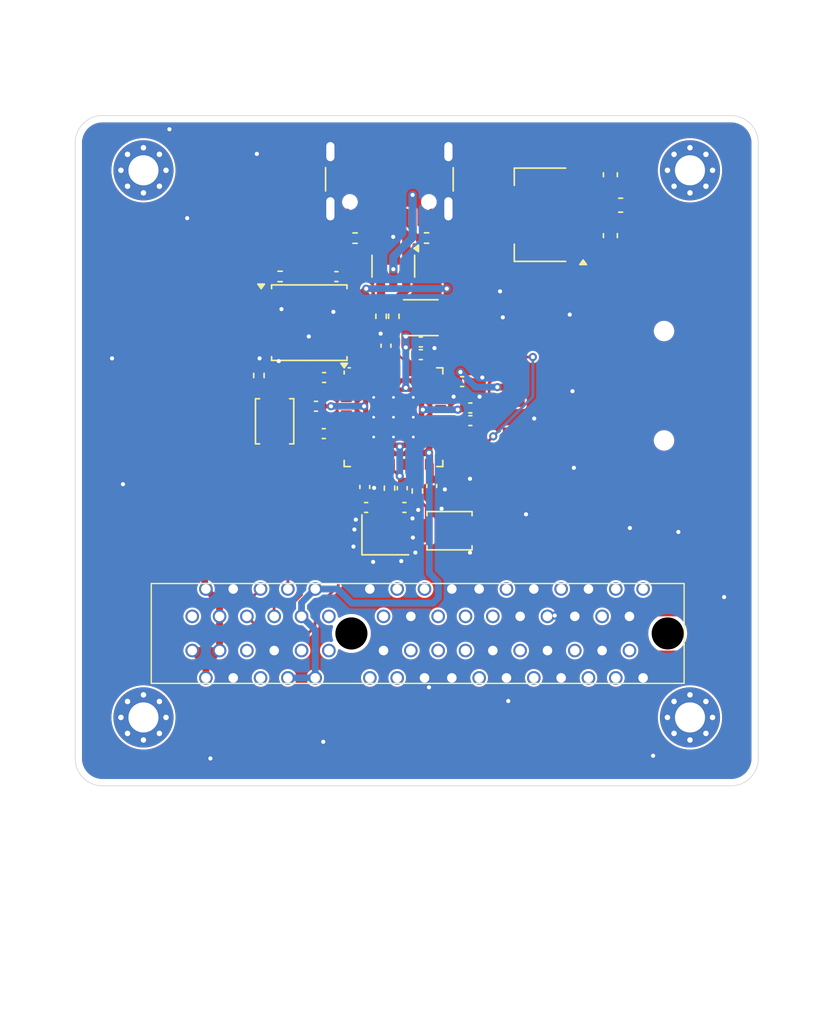
<source format=kicad_pcb>
(kicad_pcb (version 20241229) (generator "pcbnew") (generator_version "9.0")
  (layers (0 "F.Cu" signal) (2 "B.Cu" signal) (13 "F.Paste" user) (15 "B.Paste" user) (5 "F.SilkS" user "F.Silkscreen") (7 "B.SilkS" user "B.Silkscreen") (1 "F.Mask" user) (3 "B.Mask" user) (25 "Edge.Cuts" user))
  (net 0 "")
  (net 1 "+5V")
  (net 2 "GND")
  (net 3 "+3V3")
  (net 4 "/XIN")
  (net 5 "Net-(C4-Pad1)")
  (net 6 "+1V1")
  (net 7 "/XOUT")
  (net 8 "Net-(J2-CC1)")
  (net 9 "Net-(J2-CC2)")
  (net 10 "/~{USB_BOOT}")
  (net 11 "/QSPI_SS")
  (net 12 "Net-(U1-USB_DP)")
  (net 13 "Net-(U1-USB_DM)")
  (net 14 "/RUN")
  (net 15 "/QSPI_SD1")
  (net 20 "/QSPI_SCLK")
  (net 29 "/QSPI_SD0")
  (net 37 "/QSPI_SD2")
  (net 38 "/QSPI_SD3")
  (net 39 "/VREG_LX")
  (net 42 "Net-(R4-Pad2)")
  (net 43 "/CLK")
  (net 47 "/MISO")
  (net 60 "/I2C_DATA")
  (net 62 "/I2C_CLK")
  (net 70 "/CS")
  (net 72 "/MOSI")
  (net 73 "/D+")
  (net 74 "/D-")
  (net 79 "/SDCS")
  (net 82 "/DET")
  (net 83 "/MISO1")
  (net 84 "/SCLK1")
  (net 85 "/MOSI1")
  (footprint "programmer:PCIe_x4_Edgeboard_Connector" (layer "F.Cu") (at 142.92 150.26)
    (property "Reference" "J3" (hide yes))
    (property "Value" "Bus_PCI_Express_x4")
  )
  (footprint "Package_TO_SOT_SMD:SOT-23-6" (layer "F.Cu") (at 145.9875 123.41 -90)
    (property "Reference" "U3" (hide yes))
    (property "Value" "SRV05-4")
  )
  (footprint "Resistor_SMD:R_0402_1005Metric" (layer "F.Cu") (at 145.09 127.075 -90)
    (property "Reference" "R7" (hide yes))
    (property "Value" "27")
  )
  (footprint "Capacitor_SMD:C_0603_1608Metric" (layer "F.Cu") (at 161.875 121.175 -90)
    (property "Reference" "C19" (hide yes))
    (property "Value" "10u")
  )
  (footprint "Capacitor_SMD:C_0402_1005Metric" (layer "F.Cu") (at 148 128.95)
    (property "Reference" "C7" (hide yes))
    (property "Value" "4.7u")
  )
  (footprint "Capacitor_SMD:C_0402_1005Metric" (layer "F.Cu") (at 146.64 139.64 -90)
    (property "Reference" "C10" (hide yes))
    (property "Value" "4.7u")
  )
  (footprint "MountingHole:MountingHole_2.2mm_M2_Pad_Via" (layer "F.Cu") (at 127.7 156.4)
    (property "Reference" "H1" (hide yes))
    (property "Value" "MountingHole")
  )
  (footprint "Capacitor_SMD:C_0402_1005Metric" (layer "F.Cu") (at 148.8 139.48 -90)
    (property "Reference" "C12" (hide yes))
    (property "Value" "100n")
  )
  (footprint "Capacitor_SMD:C_0402_1005Metric" (layer "F.Cu") (at 151.625 133.775)
    (property "Reference" "C11" (hide yes))
    (property "Value" "100n")
  )
  (footprint "Capacitor_SMD:C_0402_1005Metric" (layer "F.Cu") (at 151.025 131.85)
    (property "Reference" "C13" (hide yes))
    (property "Value" "100n")
  )
  (footprint "Capacitor_SMD:C_0402_1005Metric" (layer "F.Cu") (at 143.9 139.55 -90)
    (property "Reference" "C16" (hide yes))
    (property "Value" "100n")
  )
  (footprint "Resistor_SMD:R_0402_1005Metric" (layer "F.Cu") (at 145.71 139.64 -90)
    (property "Reference" "R2" (hide yes))
    (property "Value" "1k")
  )
  (footprint "Capacitor_SMD:C_0603_1608Metric" (layer "F.Cu") (at 161.875 116.725 90)
    (property "Reference" "C1" (hide yes))
    (property "Value" "10u")
  )
  (footprint "Resistor_SMD:R_0402_1005Metric" (layer "F.Cu") (at 146.025 127.075 -90)
    (property "Reference" "R8" (hide yes))
    (property "Value" "27")
  )
  (footprint "Resistor_SMD:R_0402_1005Metric" (layer "F.Cu") (at 137.7 124.16 180)
    (property "Reference" "R1" (hide yes))
    (property "Value" "DNF")
  )
  (footprint "Package_DFN_QFN:QFN-60-1EP_7x7mm_P0.4mm_EP3.4x3.4mm_ThermalVias" (layer "F.Cu") (at 146 134.45)
    (property "Reference" "U1" (hide yes))
    (property "Value" "~")
  )
  (footprint "Capacitor_SMD:C_0402_1005Metric" (layer "F.Cu") (at 151.625 134.7)
    (property "Reference" "C14" (hide yes))
    (property "Value" "100n")
  )
  (footprint "Inductor_SMD:L_Cenker_CKCS201610" (layer "F.Cu") (at 148 127.175)
    (property "Reference" "L1" (hide yes))
    (property "Value" "3.3u")
  )
  (footprint "MountingHole:MountingHole_2.2mm_M2_Pad_Via" (layer "F.Cu") (at 127.7 116.4)
    (property "Reference" "H3" (hide yes))
    (property "Value" "MountingHole")
  )
  (footprint "Resistor_SMD:R_0402_1005Metric" (layer "F.Cu") (at 148.42 121.35)
    (property "Reference" "R3" (hide yes))
    (property "Value" "5.1k")
  )
  (footprint "MountingHole:MountingHole_2.2mm_M2_Pad_Via" (layer "F.Cu") (at 167.7 116.4)
    (property "Reference" "H2" (hide yes))
    (property "Value" "MountingHole")
  )
  (footprint "Capacitor_SMD:C_0402_1005Metric" (layer "F.Cu") (at 144 141.05 180)
    (property "Reference" "C3" (hide yes))
    (property "Value" "15p")
  )
  (footprint "Capacitor_SMD:C_0402_1005Metric" (layer "F.Cu") (at 140.9 135.65 180)
    (property "Reference" "C15" (hide yes))
    (property "Value" "100n")
  )
  (footprint "Button_Switch_SMD:SW_SPST_B3U-1000P" (layer "F.Cu") (at 137.3 134.75 90)
    (property "Reference" "SW1" (hide yes))
    (property "Value" "SW_Push")
  )
  (footprint "Connector_USB:USB_C_Receptacle_GCT_USB4105-xx-A_16P_TopMnt_Horizontal" (layer "F.Cu") (at 145.7 116.11 180)
    (property "Reference" "J2" (hide yes))
    (property "Value" "USB_C_Receptacle_USB2.0_14P")
  )
  (footprint "Capacitor_SMD:C_0603_1608Metric" (layer "F.Cu") (at 162.625 118.95)
    (property "Reference" "C5" (hide yes))
    (property "Value" "10u")
  )
  (footprint "Resistor_SMD:R_0402_1005Metric" (layer "F.Cu") (at 147.75 139.85 -90)
    (property "Reference" "R4" (hide yes))
    (property "Value" "1k")
  )
  (footprint "Capacitor_SMD:C_0402_1005Metric" (layer "F.Cu") (at 148 129.875)
    (property "Reference" "C6" (hide yes))
    (property "Value" "4.7u")
  )
  (footprint "MountingHole:MountingHole_2.2mm_M2_Pad_Via" (layer "F.Cu") (at 167.7 156.4)
    (property "Reference" "H4" (hide yes))
    (property "Value" "MountingHole")
  )
  (footprint "inkbadge:SDCardlcsc" (layer "F.Cu") (at 162 131.4 90)
    (property "Reference" "J1" (hide yes))
    (property "Value" "Micro_SD_Card")
  )
  (footprint "Capacitor_SMD:C_0402_1005Metric" (layer "F.Cu") (at 141.82 124.17 180)
    (property "Reference" "C2" (hide yes))
    (property "Value" "100n")
  )
  (footprint "Capacitor_SMD:C_0402_1005Metric" (layer "F.Cu") (at 145.45 129.225 90)
    (property "Reference" "C18" (hide yes))
    (property "Value" "100n")
  )
  (footprint "Button_Switch_SMD:SW_SPST_B3U-1000P" (layer "F.Cu") (at 150.1 142.75 180)
    (property "Reference" "SW2" (hide yes))
    (property "Value" "SW_Push")
  )
  (footprint "Resistor_SMD:R_0402_1005Metric" (layer "F.Cu") (at 143.19 121.36 180)
    (property "Reference" "R5" (hide yes))
    (property "Value" "5.1k")
  )
  (footprint "Package_SO:SOIC-8_5.3x5.3mm_P1.27mm" (layer "F.Cu") (at 139.8375 127.54)
    (property "Reference" "U5" (hide yes))
    (property "Value" "W25Q128JVS")
  )
  (footprint "Package_TO_SOT_SMD:SOT-223-3_TabPin2" (layer "F.Cu") (at 156.75 119.65 180)
    (property "Reference" "U2" (hide yes))
    (property "Value" "NCP1117-3.3_SOT223")
  )
  (footprint "Capacitor_SMD:C_0402_1005Metric" (layer "F.Cu") (at 140.925 131.55 180)
    (property "Reference" "C17" (hide yes))
    (property "Value" "100n")
  )
  (footprint "Crystal:Crystal_SMD_2520-4Pin_2.5x2.0mm" (layer "F.Cu") (at 145.4 143.05)
    (property "Reference" "Y1" (hide yes))
    (property "Value" "12MHz 10pf")
  )
  (footprint "Capacitor_SMD:C_0402_1005Metric" (layer "F.Cu") (at 146.8 141.05)
    (property "Reference" "C4" (hide yes))
    (property "Value" "15p")
  )
  (footprint "Capacitor_SMD:C_0402_1005Metric" (layer "F.Cu") (at 140.325 133.65 180)
    (property "Reference" "C8" (hide yes))
    (property "Value" "100n")
  )
  (footprint "Resistor_SMD:R_0402_1005Metric" (layer "F.Cu") (at 136.15 131.4 -90)
    (property "Reference" "R6" (hide yes))
    (property "Value" "1k")
  )
  (gr_line (start 122.7 159.4) (end 122.7 114.4) (stroke (width 0.05)) (layer "Edge.Cuts"))
  (gr_arc (start 170.7 112.4) (mid 172.114214 112.985786) (end 172.7 114.4) (stroke (width 0.05)) (layer "Edge.Cuts"))
  (gr_line (start 172.7 114.4) (end 172.7 159.4) (stroke (width 0.05)) (layer "Edge.Cuts"))
  (gr_arc (start 172.7 159.4) (mid 172.114214 160.814214) (end 170.7 161.4) (stroke (width 0.05)) (layer "Edge.Cuts"))
  (gr_line (start 170.7 161.4) (end 124.7 161.4) (stroke (width 0.05)) (layer "Edge.Cuts"))
  (gr_arc (start 122.7 114.4) (mid 123.285786 112.985786) (end 124.7 112.4) (stroke (width 0.05)) (layer "Edge.Cuts"))
  (gr_line (start 124.7 112.4) (end 170.7 112.4) (stroke (width 0.05)) (layer "Edge.Cuts"))
  (gr_arc (start 124.7 161.4) (mid 123.285786 160.814214) (end 122.7 159.4) (stroke (width 0.05)) (layer "Edge.Cuts"))
  (segment (start 159.2 115.55) (end 152.4 115.55) (width 1) (layer "F.Cu") (net 1))
  (segment (start 137 117.6) (end 143.4 117.6) (width 0.5) (layer "F.Cu") (net 1))
  (segment (start 160.05 117.5) (end 159.9 117.35) (width 1) (layer "F.Cu") (net 1))
  (segment (start 150.95 117) (end 148.64 117) (width 1) (layer "F.Cu") (net 1))
  (segment (start 133.27 151.51) (end 133.27 149.01) (width 0.5) (layer "F.Cu") (net 1))
  (segment (start 133.27 148.01) (end 132.27 147.01) (width 0.5) (layer "F.Cu") (net 1))
  (segment (start 152.4 115.55) (end 150.95 117) (width 1) (layer "F.Cu") (net 1))
  (segment (start 133.27 149.01) (end 133.27 148.01) (width 0.5) (layer "F.Cu") (net 1))
  (segment (start 131.27 151.51) (end 133.27 151.51) (width 0.5) (layer "F.Cu") (net 1))
  (segment (start 145.9875 124.5475) (end 145.9875 123.6325) (width 0.6) (layer "F.Cu") (net 1))
  (segment (start 132.27 152.51) (end 133.27 151.51) (width 0.5) (layer "F.Cu") (net 1))
  (segment (start 132.18 146.92) (end 132.18 122.42) (width 0.5) (layer "F.Cu") (net 1))
  (segment (start 132.27 153.51) (end 132.27 152.51) (width 0.5) (layer "F.Cu") (net 1))
  (segment (start 161.875 117.5) (end 160.05 117.5) (width 1) (layer "F.Cu") (net 1))
  (segment (start 159.9 117.35) (end 159.9 116.25) (width 1) (layer "F.Cu") (net 1))
  (segment (start 132.27 147.01) (end 132.18 146.92) (width 0.5) (layer "F.Cu") (net 1))
  (segment (start 143.4 117.6) (end 144 118.2) (width 0.5) (layer "F.Cu") (net 1))
  (segment (start 145.9875 123.6325) (end 145.99 123.63) (width 0.6) (layer "F.Cu") (net 1))
  (segment (start 148.64 117) (end 147.44 118.2) (width 1) (layer "F.Cu") (net 1))
  (segment (start 132.27 152.51) (end 131.27 151.51) (width 0.5) (layer "F.Cu") (net 1))
  (segment (start 132.18 122.42) (end 137 117.6) (width 0.5) (layer "F.Cu") (net 1))
  (segment (start 147.44 118.2) (end 147.4 118.2) (width 1) (layer "F.Cu") (net 1))
  (segment (start 159.9 116.25) (end 159.2 115.55) (width 1) (layer "F.Cu") (net 1))
  (via (at 147.4 118.2) (size 0.6) (drill 0.3) (layers "F.Cu" "B.Cu") (net 1))
  (via (at 145.99 123.63) (size 0.6) (drill 0.3) (layers "F.Cu" "B.Cu") (net 1))
  (segment (start 145.99 123.63) (end 145.99 122.71) (width 0.6) (layer "B.Cu") (net 1))
  (segment (start 147.4 121.3) (end 147.4 118.2) (width 0.6) (layer "B.Cu") (net 1))
  (segment (start 145.99 122.71) (end 147.4 121.3) (width 0.6) (layer "B.Cu") (net 1))
  (segment (start 145.9875 121.681335) (end 145.9875 122.2725) (width 0.6) (layer "F.Cu") (net 2))
  (segment (start 145.979749 121.266) (end 145.979749 121.673584) (width 0.6) (layer "F.Cu") (net 2))
  (segment (start 148.4 131) (end 148.4 129.78) (width 0.2) (layer "F.Cu") (net 2))
  (segment (start 145.979749 121.673584) (end 145.9875 121.681335) (width 0.6) (layer "F.Cu") (net 2))
  (segment (start 145.45 128.745) (end 145.45 128.732536) (width 0.5) (layer "F.Cu") (net 2))
  (segment (start 148.4 129.78) (end 148.48 129.7) (width 0.2) (layer "F.Cu") (net 2))
  (segment (start 145.45 128.732536) (end 145.058732 128.341268) (width 0.5) (layer "F.Cu") (net 2))
  (via (at 145.058732 128.341268) (size 0.6) (drill 0.3) (layers "F.Cu" "B.Cu") (net 2))
  (via (at 149.76 139.73) (size 0.6) (drill 0.3) (layers "F.Cu" "B.Cu") (net 2))
  (via (at 157.8 148.95) (size 0.6) (drill 0.3) (layers "F.Cu" "B.Cu") (net 2))
  (via (at 155.7 141.55) (size 0.6) (drill 0.3) (layers "F.Cu" "B.Cu") (net 2))
  (via (at 163.3 142.55) (size 0.6) (drill 0.3) (layers "F.Cu" "B.Cu") (net 2))
  (via (at 125.4 130.15) (size 0.6) (drill 0.3) (layers "F.Cu" "B.Cu") (net 2))
  (via (at 154 127.15) (size 0.6) (drill 0.3) (layers "F.Cu" "B.Cu") (net 2))
  (via (at 147.81 141.23) (size 0.6) (drill 0.3) (layers "F.Cu" "B.Cu") (net 2))
  (via (at 152.5 131.55) (size 0.6) (drill 0.3) (layers "F.Cu" "B.Cu") (net 2))
  (via (at 147.6 144.35) (size 0.6) (drill 0.3) (layers "F.Cu" "B.Cu") (net 2))
  (via (at 136.2 130.15) (size 0.6) (drill 0.3) (layers "F.Cu" "B.Cu") (net 2))
  (via (at 145.979749 121.266) (size 0.6) (drill 0.3) (layers "F.Cu" "B.Cu") (net 2))
  (via (at 143.24 141.94) (size 0.6) (drill 0.3) (layers "F.Cu" "B.Cu") (net 2))
  (via (at 136 115.2) (size 0.6) (drill 0.3) (layers "F.Cu" "B.Cu") (net 2))
  (via (at 159.1 132.55) (size 0.6) (drill 0.3) (layers "F.Cu" "B.Cu") (net 2))
  (via (at 165 159.2) (size 0.6) (drill 0.3) (layers "F.Cu" "B.Cu") (net 2))
  (via (at 140.86 158.18) (size 0.6) (drill 0.3) (layers "F.Cu" "B.Cu") (net 2))
  (via (at 154.4 155.2) (size 0.6) (drill 0.3) (layers "F.Cu" "B.Cu") (net 2))
  (via (at 137.8 126.55) (size 0.6) (drill 0.3) (layers "F.Cu" "B.Cu") (net 2))
  (via (at 129.6 113.4) (size 0.6) (drill 0.3) (layers "F.Cu" "B.Cu") (net 2))
  (via (at 143.14 142.66) (size 0.6) (drill 0.3) (layers "F.Cu" "B.Cu") (net 2))
  (via (at 158.9 126.95) (size 0.6) (drill 0.3) (layers "F.Cu" "B.Cu") (net 2))
  (via (at 137.6 130.35) (size 0.6) (drill 0.3) (layers "F.Cu" "B.Cu") (net 2))
  (via (at 150.4 132.95) (size 0.6) (drill 0.3) (layers "F.Cu" "B.Cu") (net 2))
  (via (at 149.52 141.14) (size 0.6) (drill 0.3) (layers "F.Cu" "B.Cu") (net 2))
  (via (at 149 129.4) (size 0.6) (drill 0.3) (layers "F.Cu" "B.Cu") (net 2))
  (via (at 146.57 144.97) (size 0.6) (drill 0.3) (layers "F.Cu" "B.Cu") (net 2))
  (via (at 166.85 142.84) (size 0.6) (drill 0.3) (layers "F.Cu" "B.Cu") (net 2))
  (via (at 132.6 159.4) (size 0.6) (drill 0.3) (layers "F.Cu" "B.Cu") (net 2))
  (via (at 144.58 139.62) (size 0.6) (drill 0.3) (layers "F.Cu" "B.Cu") (net 2))
  (via (at 130.9 119.9) (size 0.6) (drill 0.3) (layers "F.Cu" "B.Cu") (net 2))
  (via (at 141.6 126.75) (size 0.6) (drill 0.3) (layers "F.Cu" "B.Cu") (net 2))
  (via (at 152.3 132.95) (size 0.6) (drill 0.3) (layers "F.Cu" "B.Cu") (net 2))
  (via (at 151.6 138.95) (size 0.6) (drill 0.3) (layers "F.Cu" "B.Cu") (net 2))
  (via (at 148.6 154.2) (size 0.6) (drill 0.3) (layers "F.Cu" "B.Cu") (net 2))
  (via (at 151.6 144.35) (size 0.6) (drill 0.3) (layers "F.Cu" "B.Cu") (net 2))
  (via (at 143.07 143.91) (size 0.6) (drill 0.3) (layers "F.Cu" "B.Cu") (net 2))
  (via (at 156.3 134.55) (size 0.6) (drill 0.3) (layers "F.Cu" "B.Cu") (net 2))
  (via (at 139.8 128.55) (size 0.6) (drill 0.3) (layers "F.Cu" "B.Cu") (net 2))
  (via (at 144.51 145.03) (size 0.6) (drill 0.3) (layers "F.Cu" "B.Cu") (net 2))
  (via (at 170.2 147.6) (size 0.6) (drill 0.3) (layers "F.Cu" "B.Cu") (net 2))
  (via (at 147.39 141.85) (size 0.6) (drill 0.3) (layers "F.Cu" "B.Cu") (net 2))
  (via (at 159.2 138.15) (size 0.6) (drill 0.3) (layers "F.Cu" "B.Cu") (net 2))
  (via (at 147.42 143.25) (size 0.6) (drill 0.3) (layers "F.Cu" "B.Cu") (net 2))
  (via (at 126.2 139.35) (size 0.6) (drill 0.3) (layers "F.Cu" "B.Cu") (net 2))
  (via (at 153.8 125.25) (size 0.6) (drill 0.3) (layers "F.Cu" "B.Cu") (net 2))
  (segment (start 144.8 138.327064) (end 144.8 137.25) (width 0.2) (layer "F.Cu") (net 3))
  (segment (start 147.6 131) (end 147.6 129.78) (width 0.2) (layer "F.Cu") (net 3))
  (segment (start 143.425 125.635) (end 144.005 125.055) (width 0.5) (layer "F.Cu") (net 3))
  (segment (start 147.6 129.78) (end 147.52 129.7) (width 0.2) (layer "F.Cu") (net 3))
  (segment (start 150.896001 134.451001) (end 149.451001 134.451001) (width 0.2) (layer "F.Cu") (net 3))
  (segment (start 148.8 137.9) (end 148.8 137.225) (width 0.2) (layer "F.Cu") (net 3))
  (segment (start 154.8 132.25) (end 153.6 132.25) (width 0.5) (layer "F.Cu") (net 3))
  (segment (start 138.21 124.16) (end 139.685 125.635) (width 0.2) (layer "F.Cu") (net 3))
  (segment (start 142.3 124.17) (end 142.3 124.51) (width 0.5) (layer "F.Cu") (net 3))
  (segment (start 142.3 124.51) (end 143.425 125.635) (width 0.5) (layer "F.Cu") (net 3))
  (segment (start 149.451001 134.451001) (end 149.45 134.45) (width 0.2) (layer "F.Cu") (net 3))
  (segment (start 142.55 131.65) (end 141.255 131.65) (width 0.2) (layer "F.Cu") (net 3))
  (segment (start 143.125 131.65) (end 143.25 131.775) (width 0.2) (layer "F.Cu") (net 3))
  (segment (start 144.057064 139.07) (end 144.8 138.327064) (width 0.2) (layer "F.Cu") (net 3))
  (segment (start 149.45 134.45) (end 148.65 134.45) (width 0.2) (layer "F.Cu") (net 3))
  (segment (start 141.38 135.65) (end 142.55 135.65) (width 0.2) (layer "F.Cu") (net 3))
  (segment (start 147.6 131) (end 147.6 131.825) (width 0.2) (layer "F.Cu") (net 3))
  (segment (start 142.55 135.65) (end 143.25 135.65) (width 0.2) (layer "F.Cu") (net 3))
  (segment (start 143.9 139.07) (end 144.057064 139.07) (width 0.2) (layer "F.Cu") (net 3))
  (segment (start 142.55 131.65) (end 143.35 131.65) (width 0.2) (layer "F.Cu") (net 3))
  (segment (start 151.145 134.7) (end 150.896001 134.451001) (width 0.2) (layer "F.Cu") (net 3))
  (segment (start 148.8 139) (end 148.8 137.9) (width 0.3) (layer "F.Cu") (net 3))
  (segment (start 142.55 131.65) (end 143.125 131.65) (width 0.2) (layer "F.Cu") (net 3))
  (segment (start 139.685 125.635) (end 143.425 125.635) (width 0.2) (layer "F.Cu") (net 3))
  (via (at 149.9 125.05) (size 0.6) (drill 0.3) (layers "F.Cu" "B.Cu") (net 3))
  (via (at 144.005 125.055) (size 0.6) (drill 0.3) (layers "F.Cu" "B.Cu") (net 3))
  (via (at 153.6 132.25) (size 0.6) (drill 0.3) (layers "F.Cu" "B.Cu") (net 3))
  (via (at 148.6 137.05) (size 0.6) (drill 0.3) (layers "F.Cu" "B.Cu") (net 3))
  (via (at 150.9 131.15) (size 0.6) (drill 0.3) (layers "F.Cu" "B.Cu") (net 3))
  (segment (start 149.28 146.504207) (end 148.62 145.844207) (width 0.5) (layer "B.Cu") (net 3))
  (segment (start 140.27 153.51) (end 140.27 150.01) (width 0.5) (layer "B.Cu") (net 3))
  (segment (start 140.27 147.01) (end 141.91 147.01) (width 0.5) (layer "B.Cu") (net 3))
  (segment (start 142.94 148.04) (end 148.89 148.04) (width 0.5) (layer "B.Cu") (net 3))
  (segment (start 148.89 148.04) (end 149.28 147.65) (width 0.5) (layer "B.Cu") (net 3))
  (segment (start 149.28 147.65) (end 149.28 146.504207) (width 0.5) (layer "B.Cu") (net 3))
  (segment (start 144.01 125.05) (end 149.9 125.05) (width 0.5) (layer "B.Cu") (net 3))
  (segment (start 140.27 150.01) (end 139.27 149.01) (width 0.5) (layer "B.Cu") (net 3))
  (segment (start 148.62 145.844207) (end 148.62 137.07) (width 0.5) (layer "B.Cu") (net 3))
  (segment (start 152 132.25) (end 153.6 132.25) (width 0.5) (layer "B.Cu") (net 3))
  (segment (start 144.005 125.055) (end 144.01 125.05) (width 0.5) (layer "B.Cu") (net 3))
  (segment (start 148.62 137.07) (end 148.6 137.05) (width 0.5) (layer "B.Cu") (net 3))
  (segment (start 139.27 148.01) (end 140.27 147.01) (width 0.5) (layer "B.Cu") (net 3))
  (segment (start 139.27 149.01) (end 139.27 148.01) (width 0.5) (layer "B.Cu") (net 3))
  (segment (start 141.91 147.01) (end 142.94 148.04) (width 0.5) (layer "B.Cu") (net 3))
  (segment (start 150.9 131.15) (end 152 132.25) (width 0.5) (layer "B.Cu") (net 3))
  (segment (start 140.27 153.51) (end 138.27 153.51) (width 0.5) (layer "B.Cu") (net 3))
  (segment (start 145.2 137.9) (end 145.2 138.615726) (width 0.15) (layer "F.Cu") (net 4))
  (segment (start 145.2 138.615726) (end 145.14 138.675726) (width 0.15) (layer "F.Cu") (net 4))
  (segment (start 145.4 141.65) (end 144.8 141.05) (width 0.15) (layer "F.Cu") (net 4))
  (segment (start 145.14 138.675726) (end 145.14 140.39) (width 0.15) (layer "F.Cu") (net 4))
  (segment (start 145.14 140.39) (end 144.48 141.05) (width 0.15) (layer "F.Cu") (net 4))
  (segment (start 145.4 142.875) (end 145.4 141.65) (width 0.15) (layer "F.Cu") (net 4))
  (segment (start 144.8 141.05) (end 144.48 141.05) (width 0.15) (layer "F.Cu") (net 4))
  (segment (start 144.525 143.75) (end 145.4 142.875) (width 0.15) (layer "F.Cu") (net 4))
  (segment (start 146.275 142.35) (end 145.875 142.35) (width 0.15) (layer "F.Cu") (net 5))
  (segment (start 145.7 142.175) (end 145.7 141.67) (width 0.15) (layer "F.Cu") (net 5))
  (segment (start 145.61 140.34) (end 146.32 141.05) (width 0.15) (layer "F.Cu") (net 5))
  (segment (start 145.7 141.67) (end 146.32 141.05) (width 0.15) (layer "F.Cu") (net 5))
  (segment (start 145.875 142.35) (end 145.7 142.175) (width 0.15) (layer "F.Cu") (net 5))
  (segment (start 145.61 140.16) (end 145.61 140.34) (width 0.15) (layer "F.Cu") (net 5))
  (segment (start 141.425 133.65) (end 140.805 133.65) (width 0.3) (layer "F.Cu") (net 6))
  (segment (start 146.54 138.832965) (end 146.457031 138.749996) (width 0.2) (layer "F.Cu") (net 6))
  (segment (start 146 137.9) (end 146 138.327064) (width 0.2) (layer "F.Cu") (net 6))
  (segment (start 151.145 133.775) (end 150.87 134.05) (width 0.2) (layer "F.Cu") (net 6))
  (segment (start 150.87 134.05) (end 149.45 134.05) (width 0.2) (layer "F.Cu") (net 6))
  (segment (start 146.54 139.17) (end 146.54 138.832965) (width 0.2) (layer "F.Cu") (net 6))
  (segment (start 151.145 133.775) (end 150.824206 133.775) (width 0.2) (layer "F.Cu") (net 6))
  (segment (start 146.422932 138.749996) (end 146.457031 138.749996) (width 0.2) (layer "F.Cu") (net 6))
  (segment (start 150.824206 133.775) (end 150.699205 133.900001) (width 0.2) (layer "F.Cu") (net 6))
  (segment (start 142.55 133.65) (end 141.425 133.65) (width 0.15) (layer "F.Cu") (net 6))
  (segment (start 146 138.327064) (end 146.422932 138.749996) (width 0.2) (layer "F.Cu") (net 6))
  (via (at 146.46 136.600002) (size 0.6) (drill 0.3) (layers "F.Cu" "B.Cu") (net 6))
  (via (at 146.9 129.35) (size 0.6) (drill 0.3) (layers "F.Cu" "B.Cu") (net 6))
  (via (at 148.150002 133.9) (size 0.6) (drill 0.3) (layers "F.Cu" "B.Cu") (net 6))
  (via (at 146.9 132.299998) (size 0.6) (drill 0.3) (layers "F.Cu" "B.Cu") (net 6))
  (via (at 143.849998 133.65) (size 0.6) (drill 0.3) (layers "F.Cu" "B.Cu") (net 6))
  (via (at 146.457031 138.749996) (size 0.6) (drill 0.3) (layers "F.Cu" "B.Cu") (net 6))
  (via (at 146.9 128.55) (size 0.6) (drill 0.3) (layers "F.Cu" "B.Cu") (net 6))
  (via (at 141.425 133.65) (size 0.6) (drill 0.3) (layers "F.Cu" "B.Cu") (net 6))
  (via (at 150.699205 133.900001) (size 0.6) (drill 0.3) (layers "F.Cu" "B.Cu") (net 6))
  (segment (start 148.150003 133.900001) (end 148.150002 133.9) (width 0.5) (layer "B.Cu") (net 6))
  (segment (start 146.457031 138.749996) (end 146.457031 136.602971) (width 0.5) (layer "B.Cu") (net 6))
  (segment (start 146.457031 136.602971) (end 146.46 136.600002) (width 0.5) (layer "B.Cu") (net 6))
  (segment (start 141.425 133.65) (end 143.849998 133.65) (width 0.5) (layer "B.Cu") (net 6))
  (segment (start 150.699205 133.900001) (end 148.150003 133.900001) (width 0.5) (layer "B.Cu") (net 6))
  (segment (start 146.9 129.25) (end 146.9 132.299998) (width 0.5) (layer "B.Cu") (net 6))
  (segment (start 146.9 129.25) (end 146.9 128.65) (width 0.5) (layer "B.Cu") (net 6))
  (segment (start 145.61 139.14) (end 145.61 137.91) (width 0.15) (layer "F.Cu") (net 7))
  (segment (start 145.61 137.91) (end 145.6 137.9) (width 0.15) (layer "F.Cu") (net 7))
  (segment (start 147.91 121.35) (end 147.91 121.330768) (width 0.2) (layer "F.Cu") (net 8))
  (segment (start 147.91 121.330768) (end 146.95 120.370768) (width 0.2) (layer "F.Cu") (net 8))
  (segment (start 146.95 120.370768) (end 146.95 119.79) (width 0.2) (layer "F.Cu") (net 8))
  (segment (start 143.7 121.36) (end 143.95 121.11) (width 0.2) (layer "F.Cu") (net 9))
  (segment (start 143.95 121.11) (end 143.95 119.79) (width 0.2) (layer "F.Cu") (net 9))
  (segment (start 137.29 133.05) (end 136.15 131.91) (width 0.3) (layer "F.Cu") (net 10))
  (segment (start 137.3 133.05) (end 137.29 133.05) (width 0.3) (layer "F.Cu") (net 10))
  (segment (start 134.75 129.75) (end 134.75 126.322501) (width 0.15) (layer "F.Cu") (net 11))
  (segment (start 143.2 131) (end 136 131) (width 0.15) (layer "F.Cu") (net 11))
  (segment (start 137.19 124.695) (end 136.25 125.635) (width 0.2) (layer "F.Cu") (net 11))
  (segment (start 135.437501 125.635) (end 136.25 125.635) (width 0.15) (layer "F.Cu") (net 11))
  (segment (start 136 131) (end 134.75 129.75) (width 0.15) (layer "F.Cu") (net 11))
  (segment (start 134.75 126.322501) (end 135.437501 125.635) (width 0.15) (layer "F.Cu") (net 11))
  (segment (start 137.19 124.16) (end 137.19 124.695) (width 0.2) (layer "F.Cu") (net 11))
  (segment (start 146.025 130) (end 146.025 128.425) (width 0.15) (layer "F.Cu") (net 12))
  (segment (start 146.025 128.425) (end 145.185 127.585) (width 0.15) (layer "F.Cu") (net 12))
  (segment (start 146.4 131) (end 146.4 130.375) (width 0.15) (layer "F.Cu") (net 12))
  (segment (start 145.185 127.585) (end 145.09 127.585) (width 0.15) (layer "F.Cu") (net 12))
  (segment (start 146.4 130.375) (end 146.025 130) (width 0.15) (layer "F.Cu") (net 12))
  (segment (start 146.025 127.885) (end 146.025 127.585) (width 0.15) (layer "F.Cu") (net 13))
  (segment (start 146.35 128.21) (end 146.025 127.885) (width 0.15) (layer "F.Cu") (net 13))
  (segment (start 146.8 131) (end 146.8 130.325) (width 0.15) (layer "F.Cu") (net 13))
  (segment (start 146.8 130.325) (end 146.35 129.875) (width 0.15) (layer "F.Cu") (net 13))
  (segment (start 146.35 129.875) (end 146.35 128.21) (width 0.15) (layer "F.Cu") (net 13))
  (segment (start 147.2 137.9) (end 147.2 138.79) (width 0.15) (layer "F.Cu") (net 14))
  (segment (start 147.2 138.79) (end 147.75 139.34) (width 0.15) (layer "F.Cu") (net 14))
  (segment (start 136.971424 128.8) (end 135.425 128.8) (width 0.15) (layer "F.Cu") (net 15))
  (segment (start 138.522424 130.351) (end 136.971424 128.8) (width 0.15) (layer "F.Cu") (net 15))
  (segment (start 143.6 130.6) (end 143.351 130.351) (width 0.15) (layer "F.Cu") (net 15))
  (segment (start 135.425 128.8) (end 135.075 128.45) (width 0.15) (layer "F.Cu") (net 15))
  (segment (start 143.351 130.351) (end 138.522424 130.351) (width 0.15) (layer "F.Cu") (net 15))
  (segment (start 143.6 131) (end 143.6 130.6) (width 0.15) (layer "F.Cu") (net 15))
  (segment (start 135.075 128.45) (end 135.075 127.7) (width 0.15) (layer "F.Cu") (net 15))
  (segment (start 135.075 127.7) (end 135.87 126.905) (width 0.15) (layer "F.Cu") (net 15))
  (segment (start 135.87 126.905) (end 136.25 126.905) (width 0.15) (layer "F.Cu") (net 15))
  (segment (start 144.8 130.325) (end 144.6 130.125) (width 0.15) (layer "F.Cu") (net 20))
  (segment (start 144.6 129.05) (end 143.985 128.435) (width 0.15) (layer "F.Cu") (net 20))
  (segment (start 144.6 130.125) (end 144.6 129.05) (width 0.15) (layer "F.Cu") (net 20))
  (segment (start 144.8 131) (end 144.8 130.325) (width 0.15) (layer "F.Cu") (net 20))
  (segment (start 143.985 128.435) (end 143.5375 128.435) (width 0.15) (layer "F.Cu") (net 20))
  (segment (start 144.4 130.425) (end 143.68 129.705) (width 0.2) (layer "F.Cu") (net 29))
  (segment (start 144.4 131) (end 144.4 130.425) (width 0.2) (layer "F.Cu") (net 29))
  (segment (start 143.68 129.705) (end 143.5375 129.705) (width 0.2) (layer "F.Cu") (net 29))
  (segment (start 143.563966 130.05) (end 138.789999 130.05) (width 0.15) (layer "F.Cu") (net 37))
  (segment (start 144 131) (end 144 130.486034) (width 0.15) (layer "F.Cu") (net 37))
  (segment (start 137.174999 128.435) (end 136.3625 128.435) (width 0.15) (layer "F.Cu") (net 37))
  (segment (start 138.789999 130.05) (end 137.174999 128.435) (width 0.15) (layer "F.Cu") (net 37))
  (segment (start 144 130.486034) (end 143.563966 130.05) (width 0.15) (layer "F.Cu") (net 37))
  (segment (start 145.2 130.3) (end 144.9 130) (width 0.15) (layer "F.Cu") (net 38))
  (segment (start 145.2 131) (end 145.2 130.3) (width 0.15) (layer "F.Cu") (net 38))
  (segment (start 144.50625 128.53125) (end 144.50625 127.86875) (width 0.15) (layer "F.Cu") (net 38))
  (segment (start 144.9 130) (end 144.9 128.925) (width 0.15) (layer "F.Cu") (net 38))
  (segment (start 144.9 128.925) (end 144.50625 128.53125) (width 0.15) (layer "F.Cu") (net 38))
  (segment (start 143.8025 127.165) (end 143.5375 127.165) (width 0.15) (layer "F.Cu") (net 38))
  (segment (start 144.50625 127.86875) (end 143.8025 127.165) (width 0.15) (layer "F.Cu") (net 38))
  (segment (start 148.4 142.75) (end 148.4 141.01) (width 0.2) (layer "F.Cu") (net 42))
  (segment (start 148.4 141.01) (end 147.75 140.36) (width 0.2) (layer "F.Cu") (net 42))
  (segment (start 142.55 136.85) (end 142.123612 136.85) (width 0.2) (layer "F.Cu") (net 43))
  (segment (start 142.123612 136.85) (end 139.26 139.713612) (width 0.2) (layer "F.Cu") (net 43))
  (segment (start 137.83 150.17) (end 136.43 150.17) (width 0.2) (layer "F.Cu") (net 43))
  (segment (start 138.31 149.69) (end 137.83 150.17) (width 0.2) (layer "F.Cu") (net 43))
  (segment (start 139.26 147.44) (end 138.31 148.39) (width 0.2) (layer "F.Cu") (net 43))
  (segment (start 139.26 139.713612) (end 139.26 147.44) (width 0.2) (layer "F.Cu") (net 43))
  (segment (start 136.43 150.17) (end 135.27 149.01) (width 0.2) (layer "F.Cu") (net 43))
  (segment (start 138.31 148.39) (end 138.31 149.69) (width 0.2) (layer "F.Cu") (net 43))
  (segment (start 137.26 149.01) (end 137.27 149.01) (width 0.2) (layer "F.Cu") (net 47))
  (segment (start 137.26 140.65) (end 137.26 149.01) (width 0.2) (layer "F.Cu") (net 47))
  (segment (start 142.55 136.05) (end 141.86 136.05) (width 0.2) (layer "F.Cu") (net 47))
  (segment (start 141.86 136.05) (end 137.26 140.65) (width 0.2) (layer "F.Cu") (net 47))
  (segment (start 142.55 136.45) (end 142 136.45) (width 0.2) (layer "F.Cu") (net 70))
  (segment (start 138.27 140.18) (end 138.27 147.01) (width 0.2) (layer "F.Cu") (net 70))
  (segment (start 142 136.45) (end 138.27 140.18) (width 0.2) (layer "F.Cu") (net 70))
  (segment (start 134.24 148.56) (end 134.24 149.53) (width 0.2) (layer "F.Cu") (net 72))
  (segment (start 135.29 150.58) (end 139.43 150.58) (width 0.2) (layer "F.Cu") (net 72))
  (segment (start 141.96 146.78) (end 141.96 137.51) (width 0.2) (layer "F.Cu") (net 72))
  (segment (start 134.24 149.53) (end 135.29 150.58) (width 0.2) (layer "F.Cu") (net 72))
  (segment (start 135.33 147.95) (end 134.86 147.95) (width 0.2) (layer "F.Cu") (net 72))
  (segment (start 141.96 137.51) (end 142.22 137.25) (width 0.2) (layer "F.Cu") (net 72))
  (segment (start 140.26 149.75) (end 140.26 148.48) (width 0.2) (layer "F.Cu") (net 72))
  (segment (start 134.25 148.56) (end 134.24 148.56) (width 0.2) (layer "F.Cu") (net 72))
  (segment (start 140.26 148.48) (end 141.96 146.78) (width 0.2) (layer "F.Cu") (net 72))
  (segment (start 139.43 150.58) (end 140.26 149.75) (width 0.2) (layer "F.Cu") (net 72))
  (segment (start 134.86 147.95) (end 134.25 148.56) (width 0.2) (layer "F.Cu") (net 72))
  (segment (start 136.27 147.01) (end 135.33 147.95) (width 0.2) (layer "F.Cu") (net 72))
  (segment (start 142.22 137.25) (end 142.55 137.25) (width 0.2) (layer "F.Cu") (net 72))
  (segment (start 144.95 119.79) (end 144.95 120.7) (width 0.3) (layer "F.Cu") (net 73))
  (segment (start 145.0375 120.836266) (end 144.925617 120.724383) (width 0.6) (layer "F.Cu") (net 73))
  (segment (start 145.714 118.914) (end 145.95 119.15) (width 0.3) (layer "F.Cu") (net 73))
  (segment (start 145.0375 122.2725) (end 145.0375 120.836266) (width 0.6) (layer "F.Cu") (net 73))
  (segment (start 145.0375 122.2725) (end 145.0375 124.5475) (width 0.6) (layer "F.Cu") (net 73))
  (segment (start 144.95 119.79) (end 144.95 119.181176) (width 0.3) (layer "F.Cu") (net 73))
  (segment (start 145.09 126.565) (end 145.09 124.6) (width 0.6) (layer "F.Cu") (net 73))
  (segment (start 145.217176 118.914) (end 145.714 118.914) (width 0.3) (layer "F.Cu") (net 73))
  (segment (start 144.95 119.181176) (end 145.217176 118.914) (width 0.3) (layer "F.Cu") (net 73))
  (segment (start 145.09 124.6) (end 145.0375 124.5475) (width 0.6) (layer "F.Cu") (net 73))
  (segment (start 145.95 119.15) (end 145.95 119.79) (width 0.3) (layer "F.Cu") (net 73))
  (segment (start 146.025 126.565) (end 146.025 126.0266) (width 0.6) (layer "F.Cu") (net 74))
  (segment (start 146.025 126.0266) (end 146.9375 125.1141) (width 0.6) (layer "F.Cu") (net 74))
  (segment (start 146.9375 121.570676) (end 146.9375 121.1375) (width 0.6) (layer "F.Cu") (net 74))
  (segment (start 146.9375 122.2725) (end 146.9375 121.570676) (width 0.6) (layer "F.Cu") (net 74))
  (segment (start 146.499 120.349824) (end 146.499 119.9) (width 0.3) (layer "F.Cu") (net 74))
  (segment (start 145.45 119.79) (end 145.45 120.398824) (width 0.3) (layer "F.Cu") (net 74))
  (segment (start 146.9375 122.2725) (end 146.9375 124.5475) (width 0.6) (layer "F.Cu") (net 74))
  (segment (start 146.9375 125.1141) (end 146.9375 124.5475) (width 0.6) (layer "F.Cu") (net 74))
  (segment (start 145.717176 120.666) (end 146.182824 120.666) (width 0.3) (layer "F.Cu") (net 74))
  (segment (start 146.182824 120.666) (end 146.499 120.349824) (width 0.3) (layer "F.Cu") (net 74))
  (segment (start 146.9375 121.1375) (end 146.46 120.66) (width 0.6) (layer "F.Cu") (net 74))
  (segment (start 145.45 120.398824) (end 145.717176 120.666) (width 0.3) (layer "F.Cu") (net 74))
  (segment (start 156.2 130.05) (end 154.8 130.05) (width 0.2) (layer "F.Cu") (net 79))
  (segment (start 152.7 136.45) (end 153.3 135.85) (width 0.2) (layer "F.Cu") (net 79))
  (segment (start 149.45 136.45) (end 152.7 136.45) (width 0.2) (layer "F.Cu") (net 79))
  (via (at 156.2 130.05) (size 0.6) (drill 0.3) (layers "F.Cu" "B.Cu") (net 79))
  (via (at 153.3 135.85) (size 0.6) (drill 0.3) (layers "F.Cu" "B.Cu") (net 79))
  (segment (start 153.3 135.85) (end 156.2 132.95) (width 0.2) (layer "B.Cu") (net 79))
  (segment (start 156.2 132.95) (end 156.2 130.05) (width 0.2) (layer "B.Cu") (net 79))
  (segment (start 154.4 135.55) (end 153.1 136.85) (width 0.2) (layer "F.Cu") (net 83))
  (segment (start 154.8 135.55) (end 154.4 135.55) (width 0.2) (layer "F.Cu") (net 83))
  (segment (start 153.1 136.85) (end 149.45 136.85) (width 0.2) (layer "F.Cu") (net 83))
  (segment (start 152.3 136.05) (end 153.4 134.95) (width 0.2) (layer "F.Cu") (net 84))
  (segment (start 153.4 134.95) (end 153.4 133.95) (width 0.2) (layer "F.Cu") (net 84))
  (segment (start 149.45 136.05) (end 152.3 136.05) (width 0.2) (layer "F.Cu") (net 84))
  (segment (start 153.4 133.95) (end 154 133.35) (width 0.2) (layer "F.Cu") (net 84))
  (segment (start 154 133.35) (end 154.8 133.35) (width 0.2) (layer "F.Cu") (net 84))
  (segment (start 153 134.75) (end 152.1 135.65) (width 0.2) (layer "F.Cu") (net 85))
  (segment (start 152.1 135.65) (end 149.45 135.65) (width 0.2) (layer "F.Cu") (net 85))
  (segment (start 154.8 131.15) (end 153.8 131.15) (width 0.2) (layer "F.Cu") (net 85))
  (segment (start 153 131.95) (end 153 134.75) (width 0.2) (layer "F.Cu") (net 85))
  (segment (start 153.8 131.15) (end 153 131.95) (width 0.2) (layer "F.Cu") (net 85))
  (zone (net 6) (net_name "+1V1") (layer "F.Cu") (priority 3) (connect_pads (clearance 0.15)) (min_thickness 0.2) (fill yes (thermal_gap 0.3) (thermal_bridge_width 0.3))
    (polygon (pts (xy 148.25 136.7) (xy 143.775 136.7) (xy 143.775 132.275) (xy 148.25 132.275)))
  )
  (zone (net 3) (net_name "+3V3") (layer "F.Cu") (priority 1) (connect_pads yes (clearance 0.15)) (min_thickness 0.15) (fill yes (thermal_gap 0.508) (thermal_bridge_width 0.508))
    (polygon (pts (xy 148.85 137.3) (xy 143.15 137.3) (xy 143.15 131.6) (xy 148.85 131.6)))
  )
  (zone (net 3) (net_name "+3V3") (layer "F.Cu") (priority 4) (connect_pads yes (clearance 0.15)) (min_thickness 0.25) (fill yes (thermal_gap 0.5) (thermal_bridge_width 0.5))
    (polygon (pts (xy 145 129.275) (xy 145 129.875) (xy 145.4 130.275) (xy 145.4 131.85) (xy 146.2 131.85) (xy 146.2 130.275) (xy 145.9 129.875) (xy 145.9 129.275)))
  )
  (zone (net 3) (net_name "+3V3") (layer "F.Cu") (priority 7) (connect_pads yes (clearance 0.15)) (min_thickness 0.25) (fill yes (thermal_gap 0.5) (thermal_bridge_width 0.5))
    (polygon (pts (xy 148.8 132.25) (xy 151.025 132.25) (xy 151.025 131.25) (xy 148.8 131.25)))
  )
  (zone (net 1) (net_name "+5V") (layer "F.Cu") (priority 6) (connect_pads yes (clearance 0.15)) (min_thickness 0.25) (fill yes (thermal_gap 0.5) (thermal_bridge_width 0.5))
    (polygon (pts (xy 142.9 120.5) (xy 143.7 120.5) (xy 143.7 119.1) (xy 147.7 119.1) (xy 147.7 120.5) (xy 148.5 120.5) (xy 148.5 117.8) (xy 142.9 117.8)))
  )
  (zone (net 6) (net_name "+1V1") (layer "F.Cu") (connect_pads yes (clearance 0.15)) (min_thickness 0.15) (fill yes (thermal_gap 0.5) (thermal_bridge_width 0.5))
    (polygon (pts (xy 147.35 131.55) (xy 147.05 131.55) (xy 147.05 130.5) (xy 146.575 129.325) (xy 146.575 125.775) (xy 147.875 125.775) (xy 147.875 129.490385) (xy 147.35 130.5)))
  )
  (zone (net 3) (net_name "+3V3") (layer "F.Cu") (priority 5) (connect_pads yes (clearance 0.15)) (min_thickness 0.25) (fill yes (thermal_gap 0.5) (thermal_bridge_width 0.5))
    (polygon (pts (xy 152.775 131.45) (xy 149.675 131.45) (xy 149.675 123.35) (xy 151.475 123.35) (xy 151.475 120.25) (xy 152.575 120.25) (xy 152.575 116.05) (xy 158.925 116.05) (xy 158.925 118.1) (xy 162.875 118.1) (xy 162.875 121.35) (xy 158.925 121.35) (xy 158.925 123.25) (xy 152.775 123.25)))
  )
  (zone (net 39) (net_name "/VREG_LX") (layer "F.Cu") (priority 2) (connect_pads yes (clearance 0.15)) (min_thickness 0.15) (fill yes (thermal_gap 0.5) (thermal_bridge_width 0.5))
    (polygon (pts (xy 147.875 125.775) (xy 147.875 131.55) (xy 148.125 131.55) (xy 148.125 128.421739) (xy 149.4 128.2) (xy 149.4 125.775)))
  )
  (zone (net 2) (net_name "GND") (layers "F.Cu" "B.Cu") (connect_pads yes (clearance 0.15)) (min_thickness 0.25) (fill yes (thermal_gap 0.5) (thermal_bridge_width 0.5))
    (polygon (pts (xy 177.75 168.75) (xy 117.2 168.75) (xy 117.2 103.95) (xy 177.75 103.95)))
  )
)
</source>
